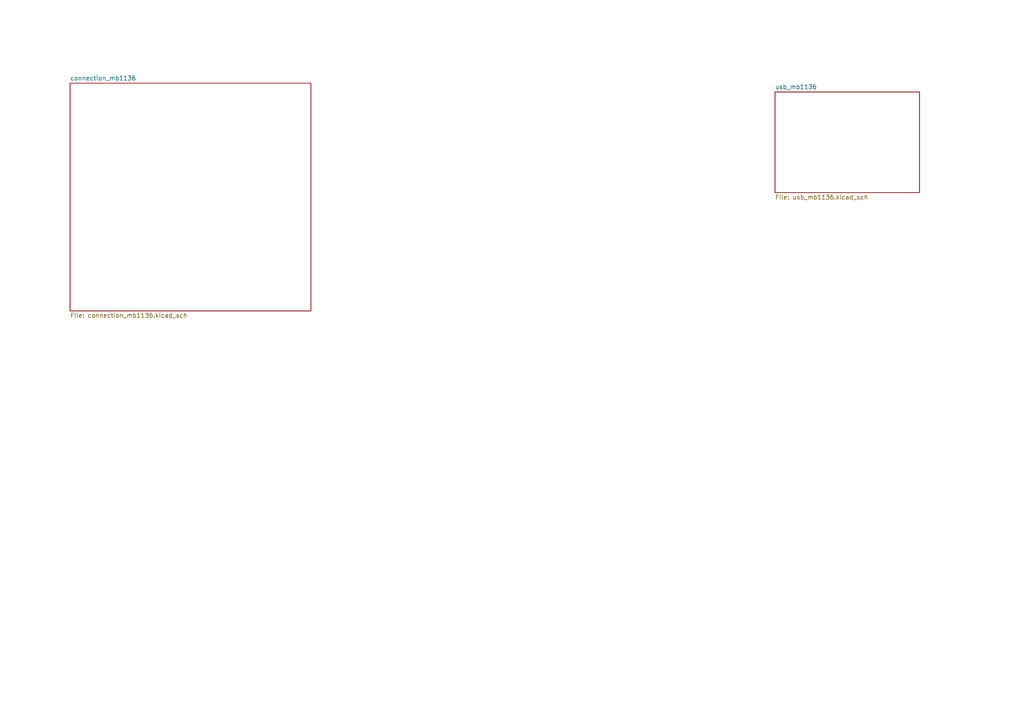
<source format=kicad_sch>
(kicad_sch (version 20211123) (generator eeschema)
  (paper "A4")
  (title_block (date "2020-11-25"))
  (lib_symbols)
  (sheet (at 20.32 24.13) (size 69.85 66.04)
    (property "Sheet name" "connection_mb1136" (at 20.32 23.4184 0) (effects (justify left bottom)))
    (property "Sheet file" "connection_mb1136.kicad_sch" (at 20.32 90.7546 0) (effects (justify left top)))
  )
  (sheet (at 224.79 26.67) (size 41.91 29.21)
    (property "Sheet name" "usb_mb1136" (at 224.79 25.9584 0) (effects (justify left bottom)))
    (property "Sheet file" "usb_mb1136.kicad_sch" (at 224.79 56.4646 0) (effects (justify left top)))
  )
)
</source>
